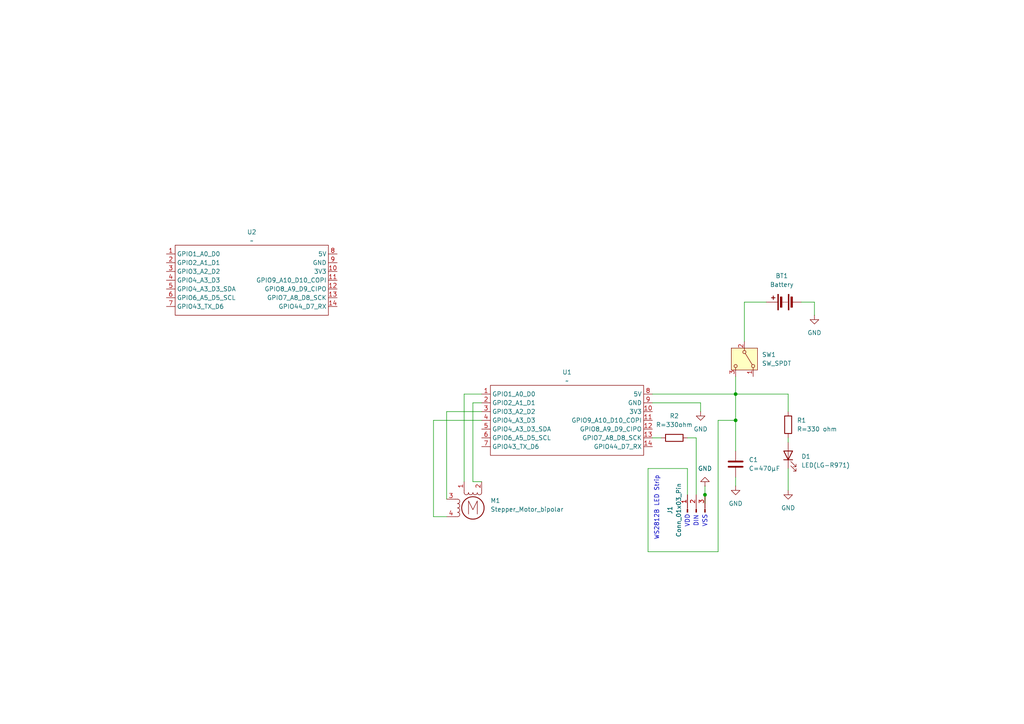
<source format=kicad_sch>
(kicad_sch (version 20231120) (generator "eeschema") (generator_version "8.0")
  (paper "A4")
  (title_block (title "final_demo") (date "2025-02-05") (rev "v1.0") (company "Jazmyn Zhang"))
  (lib_symbols
    (symbol "Connector:Conn_01x03_Pin" (pin_names (offset 1.016) hide)
      (property "Reference" "J" (at 0 5.08 0))
      (property "Value" "Conn_01x03_Pin" (at 0 -5.08 0))
      (symbol "Conn_01x03_Pin_1_1"
        (polyline (pts (xy 1.27 -2.54) (xy 0.8636 -2.54)) (stroke (width 0.1524)))
        (polyline (pts (xy 1.27 0) (xy 0.8636 0)) (stroke (width 0.1524)))
        (polyline (pts (xy 1.27 2.54) (xy 0.8636 2.54)) (stroke (width 0.1524)))
        (rectangle (start 0.8636 -2.413) (end 0 -2.667) (stroke (width 0.1524)) (fill (type outline)))
        (rectangle (start 0.8636 0.127) (end 0 -0.127) (stroke (width 0.1524)) (fill (type outline)))
        (rectangle (start 0.8636 2.667) (end 0 2.413) (stroke (width 0.1524)) (fill (type outline)))
        (pin passive line (at 5.08 2.54 180) (length 3.81) (name "Pin_1") (number "1"))
        (pin passive line (at 5.08 0 180) (length 3.81) (name "Pin_2") (number "2"))
        (pin passive line (at 5.08 -2.54 180) (length 3.81) (name "Pin_3") (number "3"))
      )
    )
    (symbol "Device:Battery" (pin_numbers hide) (pin_names (offset 0) hide)
      (property "Reference" "BT" (at 2.54 2.54 0))
      (property "Value" "Battery" (at 2.54 0 0))
      (symbol "Battery_0_1"
        (rectangle (start -2.286 -1.27) (end 2.286 -1.524) (fill (type outline)))
        (rectangle (start -2.286 1.778) (end 2.286 1.524) (fill (type outline)))
        (rectangle (start -1.524 -2.032) (end 1.524 -2.54) (fill (type outline)))
        (rectangle (start -1.524 1.016) (end 1.524 0.508) (fill (type outline)))
        (polyline (pts (xy 0 -1.016) (xy 0 -0.762)))
        (polyline (pts (xy 0 -0.508) (xy 0 -0.254)))
        (polyline (pts (xy 0 0) (xy 0 0.254)))
        (polyline (pts (xy 0 1.778) (xy 0 2.54)))
        (polyline (pts (xy 0.762 3.048) (xy 1.778 3.048)) (stroke (width 0.254)))
        (polyline (pts (xy 1.27 3.556) (xy 1.27 2.54)) (stroke (width 0.254)))
      )
      (symbol "Battery_1_1"
        (pin passive line (at 0 5.08 270) (length 2.54) (name "+") (number "1"))
        (pin passive line (at 0 -5.08 90) (length 2.54) (name "-") (number "2"))
      )
    )
    (symbol "Device:C" (pin_numbers hide) (pin_names (offset 0.254))
      (property "Reference" "C" (at 0.635 2.54 0))
      (property "Value" "C" (at 0.635 -2.54 0))
      (symbol "C_0_1"
        (polyline (pts (xy -2.032 -0.762) (xy 2.032 -0.762)) (stroke (width 0.508)))
        (polyline (pts (xy -2.032 0.762) (xy 2.032 0.762)) (stroke (width 0.508)))
      )
      (symbol "C_1_1"
        (pin passive line (at 0 3.81 270) (length 2.794) (name "~") (number "1"))
        (pin passive line (at 0 -3.81 90) (length 2.794) (name "~") (number "2"))
      )
    )
    (symbol "Device:LED" (pin_numbers hide) (pin_names (offset 1.016) hide)
      (property "Reference" "D" (at 0 2.54 0))
      (property "Value" "LED" (at 0 -2.54 0))
      (symbol "LED_0_1"
        (polyline (pts (xy -1.27 -1.27) (xy -1.27 1.27)) (stroke (width 0.254)))
        (polyline (pts (xy -1.27 0) (xy 1.27 0)))
        (polyline (pts (xy 1.27 -1.27) (xy 1.27 1.27) (xy -1.27 0) (xy 1.27 -1.27)) (stroke (width 0.254)))
        (polyline (pts (xy -3.048 -0.762) (xy -4.572 -2.286) (xy -3.81 -2.286) (xy -4.572 -2.286) (xy -4.572 -1.524)))
        (polyline (pts (xy -1.778 -0.762) (xy -3.302 -2.286) (xy -2.54 -2.286) (xy -3.302 -2.286) (xy -3.302 -1.524)))
      )
      (symbol "LED_1_1"
        (pin passive line (at -3.81 0 0) (length 2.54) (name "K") (number "1"))
        (pin passive line (at 3.81 0 180) (length 2.54) (name "A") (number "2"))
      )
    )
    (symbol "Device:R" (pin_numbers hide) (pin_names (offset 0))
      (property "Reference" "R" (at 2.032 0 90))
      (property "Value" "R" (at 0 0 90))
      (symbol "R_0_1"
        (rectangle (start -1.016 -2.54) (end 1.016 2.54) (stroke (width 0.254)))
      )
      (symbol "R_1_1"
        (pin passive line (at 0 3.81 270) (length 1.27) (name "~") (number "1"))
        (pin passive line (at 0 -3.81 90) (length 1.27) (name "~") (number "2"))
      )
    )
    (symbol "Motor:Stepper_Motor_bipolar" (pin_names (offset 0) hide)
      (property "Reference" "M" (at 3.81 2.54 0))
      (property "Value" "Stepper_Motor_bipolar" (at 3.81 1.27 0))
      (symbol "Stepper_Motor_bipolar_0_0"
        (polyline (pts (xy -1.27 -1.778) (xy -1.27 2.032) (xy 0 -0.508) (xy 1.27 2.032) (xy 1.27 -1.778)))
      )
      (symbol "Stepper_Motor_bipolar_0_1"
        (arc (start -4.445 -2.54) (mid -3.8127 -1.905) (end -4.445 -1.27))
        (arc (start -4.445 -1.27) (mid -3.8127 -0.635) (end -4.445 0))
        (arc (start -4.445 0) (mid -3.8127 0.635) (end -4.445 1.27))
        (arc (start -4.445 1.27) (mid -3.8127 1.905) (end -4.445 2.54))
        (arc (start -2.54 4.445) (mid -1.905 3.8127) (end -1.27 4.445))
        (arc (start -1.27 4.445) (mid -0.635 3.8127) (end 0 4.445))
        (polyline (pts (xy -5.08 -2.54) (xy -4.445 -2.54)))
        (polyline (pts (xy -5.08 2.54) (xy -4.445 2.54)))
        (polyline (pts (xy -2.54 5.08) (xy -2.54 4.445)))
        (polyline (pts (xy 2.54 5.08) (xy 2.54 4.445)))
        (circle (center 0 0) (radius 3.2512) (stroke (width 0.254)))
        (arc (start 0 4.445) (mid 0.635 3.8127) (end 1.27 4.445))
        (arc (start 1.27 4.445) (mid 1.905 3.8127) (end 2.54 4.445))
      )
      (symbol "Stepper_Motor_bipolar_1_1"
        (pin passive line (at -2.54 7.62 270) (length 2.54) (name "~") (number "1"))
        (pin passive line (at 2.54 7.62 270) (length 2.54) (name "-") (number "2"))
        (pin passive line (at -7.62 2.54 0) (length 2.54) (name "~") (number "3"))
        (pin passive line (at -7.62 -2.54 0) (length 2.54) (name "~") (number "4"))
      )
    )
    (symbol "Switch:SW_SPDT" (pin_names (offset 0) hide)
      (property "Reference" "SW" (at 0 5.08 0))
      (property "Value" "SW_SPDT" (at 0 -5.08 0))
      (symbol "SW_SPDT_0_1"
        (circle (center -2.032 0) (radius 0.4572))
        (polyline (pts (xy -1.651 0.254) (xy 1.651 2.286)))
        (circle (center 2.032 -2.54) (radius 0.4572))
        (circle (center 2.032 2.54) (radius 0.4572))
      )
      (symbol "SW_SPDT_1_1"
        (rectangle (start -3.175 3.81) (end 3.175 -3.81) (fill (type background)))
        (pin passive line (at 5.08 2.54 180) (length 2.54) (name "A") (number "1"))
        (pin passive line (at -5.08 0 0) (length 2.54) (name "B") (number "2"))
        (pin passive line (at 5.08 -2.54 180) (length 2.54) (name "C") (number "3"))
      )
    )
    (symbol "Xiao_Demo:XIAO_ESP32_SENSE"
      (property "Reference" "U" (at 0 0 0))
      (symbol "XIAO_ESP32_SENSE_0_1"
        (polyline (pts (xy -20.32 8.89) (xy -20.32 -11.43) (xy 24.13 -11.43) (xy 24.13 8.89) (xy -20.32 8.89)))
      )
      (symbol "XIAO_ESP32_SENSE_1_1"
        (pin bidirectional line (at -22.86 6.35 0) (length 2.54) (name "GPIO1_A0_D0") (number "1"))
        (pin bidirectional line (at 26.67 1.27 180) (length 2.54) (name "3V3") (number "10"))
        (pin bidirectional line (at 26.67 -1.27 180) (length 2.54) (name "GPIO9_A10_D10_COPI") (number "11"))
        (pin bidirectional line (at 26.67 -3.81 180) (length 2.54) (name "GPIO8_A9_D9_CIPO") (number "12"))
        (pin bidirectional line (at 26.67 -6.35 180) (length 2.54) (name "GPIO7_A8_D8_SCK") (number "13"))
        (pin bidirectional line (at 26.67 -8.89 180) (length 2.54) (name "GPIO44_D7_RX") (number "14"))
        (pin bidirectional line (at -22.86 3.81 0) (length 2.54) (name "GPIO2_A1_D1") (number "2"))
        (pin bidirectional line (at -22.86 1.27 0) (length 2.54) (name "GPIO3_A2_D2") (number "3"))
        (pin bidirectional line (at -22.86 -1.27 0) (length 2.54) (name "GPIO4_A3_D3") (number "4"))
        (pin bidirectional line (at -22.86 -3.81 0) (length 2.54) (name "GPIO4_A3_D3_SDA") (number "5"))
        (pin bidirectional line (at -22.86 -6.35 0) (length 2.54) (name "GPIO6_A5_D5_SCL") (number "6"))
        (pin bidirectional line (at -22.86 -8.89 0) (length 2.54) (name "GPIO43_TX_D6") (number "7"))
        (pin bidirectional line (at 26.67 6.35 180) (length 2.54) (name "5V") (number "8"))
        (pin bidirectional line (at 26.67 3.81 180) (length 2.54) (name "GND") (number "9"))
      )
    )
    (symbol "power:GND" (power) (pin_numbers hide) (pin_names (offset 0) hide)
      (property "Value" "GND" (at 0 -3.81 0))
      (symbol "GND_0_1"
        (polyline (pts (xy 0 0) (xy 0 -1.27) (xy 1.27 -1.27) (xy 0 -2.54) (xy -1.27 -1.27) (xy 0 -1.27)))
      )
      (symbol "GND_1_1"
        (pin power_in line (at 0 0 270) (length 0) (name "~") (number "1"))
      )
    )
  )
  (junction (at 213.36 114.3))
  (junction (at 204.47 143.51))
  (junction (at 213.36 121.92))
  (wire (pts (xy 201.93 127) (xy 201.93 143.51)))
  (wire (pts (xy 204.47 140.97) (xy 204.47 143.51)))
  (wire (pts (xy 203.2 116.84) (xy 189.23 116.84)))
  (wire (pts (xy 134.62 114.3) (xy 134.62 139.7)))
  (wire (pts (xy 137.16 139.7) (xy 139.7 139.7)))
  (wire (pts (xy 228.6 119.38) (xy 228.6 114.3)))
  (wire (pts (xy 215.9 87.63) (xy 215.9 99.06)))
  (wire (pts (xy 213.36 121.92) (xy 213.36 130.81)))
  (wire (pts (xy 228.6 127) (xy 228.6 128.27)))
  (wire (pts (xy 232.41 87.63) (xy 236.22 87.63)))
  (wire (pts (xy 125.73 121.92) (xy 125.73 149.86)))
  (wire (pts (xy 187.96 160.02) (xy 208.28 160.02)))
  (wire (pts (xy 208.28 121.92) (xy 213.36 121.92)))
  (wire (pts (xy 208.28 160.02) (xy 208.28 121.92)))
  (wire (pts (xy 125.73 149.86) (xy 129.54 149.86)))
  (wire (pts (xy 139.7 119.38) (xy 129.54 119.38)))
  (wire (pts (xy 199.39 135.89) (xy 187.96 135.89)))
  (wire (pts (xy 139.7 121.92) (xy 125.73 121.92)))
  (wire (pts (xy 139.7 114.3) (xy 134.62 114.3)))
  (wire (pts (xy 213.36 109.22) (xy 213.36 114.3)))
  (wire (pts (xy 137.16 116.84) (xy 137.16 139.7)))
  (wire (pts (xy 228.6 135.89) (xy 228.6 142.24)))
  (wire (pts (xy 139.7 116.84) (xy 137.16 116.84)))
  (wire (pts (xy 215.9 87.63) (xy 222.25 87.63)))
  (wire (pts (xy 236.22 87.63) (xy 236.22 91.44)))
  (wire (pts (xy 203.2 119.38) (xy 203.2 116.84)))
  (wire (pts (xy 199.39 143.51) (xy 199.39 135.89)))
  (wire (pts (xy 189.23 127) (xy 191.77 127)))
  (wire (pts (xy 199.39 127) (xy 201.93 127)))
  (wire (pts (xy 204.47 146.05) (xy 204.47 143.51)))
  (wire (pts (xy 189.23 114.3) (xy 213.36 114.3)))
  (wire (pts (xy 213.36 114.3) (xy 228.6 114.3)))
  (wire (pts (xy 129.54 119.38) (xy 129.54 144.78)))
  (wire (pts (xy 187.96 135.89) (xy 187.96 160.02)))
  (wire (pts (xy 213.36 138.43) (xy 213.36 140.97)))
  (wire (pts (xy 213.36 114.3) (xy 213.36 121.92)))
  (text "VDD" (at 199.39 151.13 90) (effects (font (size 1.27 1.27))))
  (text "WS2812B LED Strip" (at 190.5 147.32 90) (effects (font (size 1.27 1.27))))
  (text "DIN" (at 201.93 151.13 90) (effects (font (size 1.27 1.27))))
  (text "VSS" (at 204.47 151.13 90) (effects (font (size 1.27 1.27))))
  (symbol (lib_id "power:GND") (at 228.6 142.24 0) (unit 1)
    (property "Reference" "#PWR03" (effects (hide yes)))
    (property "Value" "GND" (at 228.6 147.32 0))
    (property "Description" "Power symbol creates a global label with name \"GND\" , ground" (effects (hide yes)))
  )
  (symbol (lib_id "Connector:Conn_01x03_Pin") (at 201.93 148.59 90) (unit 1)
    (property "Reference" "J1" (at 194.31 147.955 0))
    (property "Value" "Conn_01x03_Pin" (at 196.85 147.955 0))
    (property "Footprint" "Connector_PinHeader_2.54mm:PinHeader_1x03_P2.54mm_Vertical_SMD_Pin1Right" (effects (hide yes)))
    (property "Description" "Generic connector, single row, 01x03, script generated" (effects (hide yes)))
  )
  (symbol (lib_id "Xiao_Demo:XIAO_ESP32_SENSE") (at 71.12 80.01 0) (unit 1)
    (property "Reference" "U2" (at 73.025 67.31 0))
    (property "Value" "~" (at 73.025 69.85 0))
    (property "Footprint" "demo_xiao:XIAO_ESP32_SENSE" (effects (hide yes)))
  )
  (symbol (lib_id "Xiao_Demo:XIAO_ESP32_SENSE") (at 162.56 120.65 0) (unit 1)
    (property "Reference" "U1" (at 164.465 107.95 0))
    (property "Value" "~" (at 164.465 110.49 0))
    (property "Footprint" "demo_xiao:XIAO_ESP32_SENSE" (effects (hide yes)))
  )
  (symbol (lib_id "Device:R") (at 195.58 127 270) (unit 1)
    (property "Reference" "R2" (at 195.58 120.65 90))
    (property "Value" "R=330ohm" (at 195.58 123.19 90))
    (property "Footprint" "Resistor_SMD:R_0805_2012Metric_Pad1.20x1.40mm_HandSolder" (effects (hide yes)))
    (property "Description" "Resistor" (effects (hide yes)))
  )
  (symbol (lib_id "Device:R") (at 228.6 123.19 0) (unit 1)
    (property "Reference" "R1" (at 231.14 121.9199 0) (effects (justify left)))
    (property "Value" "R=330 ohm" (at 231.14 124.4599 0) (effects (justify left)))
    (property "Footprint" "Resistor_SMD:R_0805_2012Metric_Pad1.20x1.40mm_HandSolder" (effects (hide yes)))
    (property "Description" "Resistor" (effects (hide yes)))
  )
  (symbol (lib_id "Device:Battery") (at 227.33 87.63 90) (unit 1)
    (property "Reference" "BT1" (at 226.7585 80.01 90))
    (property "Value" "Battery" (at 226.7585 82.55 90))
    (property "Footprint" "Connector_JST:JST_PH_B2B-PH-K_1x02_P2.00mm_Vertical" (effects (hide yes)))
    (property "Description" "Multiple-cell battery" (effects (hide yes)))
  )
  (symbol (lib_id "power:GND") (at 236.22 91.44 0) (unit 1)
    (property "Reference" "#PWR01" (effects (hide yes)))
    (property "Value" "GND" (at 236.22 96.52 0))
    (property "Description" "Power symbol creates a global label with name \"GND\" , ground" (effects (hide yes)))
  )
  (symbol (lib_id "power:GND") (at 203.2 119.38 0) (unit 1)
    (property "Reference" "#PWR02" (effects (hide yes)))
    (property "Value" "GND" (at 203.2 124.46 0))
    (property "Description" "Power symbol creates a global label with name \"GND\" , ground" (effects (hide yes)))
  )
  (symbol (lib_id "Switch:SW_SPDT") (at 215.9 104.14 270) (unit 1)
    (property "Reference" "SW1" (at 220.98 102.8699 90) (effects (justify left)))
    (property "Value" "SW_SPDT" (at 220.98 105.4099 90) (effects (justify left)))
    (property "Footprint" "Connector_JST:JST_EH_B3B-EH-A_1x03_P2.50mm_Vertical" (effects (hide yes)))
    (property "Description" "Switch, single pole double throw" (effects (hide yes)))
  )
  (symbol (lib_id "power:GND") (at 213.36 140.97 0) (unit 1)
    (property "Reference" "#PWR04" (effects (hide yes)))
    (property "Value" "GND" (at 213.36 146.05 0))
    (property "Description" "Power symbol creates a global label with name \"GND\" , ground" (effects (hide yes)))
  )
  (symbol (lib_id "Device:C") (at 213.36 134.62 0) (unit 1)
    (property "Reference" "C1" (at 217.17 133.3499 0) (effects (justify left)))
    (property "Value" "C=470µF" (at 217.17 135.8899 0) (effects (justify left)))
    (property "Footprint" "Capacitor_SMD:C_0805_2012Metric_Pad1.18x1.45mm_HandSolder" (effects (hide yes)))
    (property "Description" "Unpolarized capacitor" (effects (hide yes)))
  )
  (symbol (lib_id "Motor:Stepper_Motor_bipolar") (at 137.16 147.32 0) (unit 1)
    (property "Reference" "M1" (at 142.24 145.199 0) (effects (justify left)))
    (property "Value" "Stepper_Motor_bipolar" (at 142.24 147.739 0) (effects (justify left)))
    (property "Footprint" "demo_motor:x27_stepper" (effects (hide yes)))
    (property "Datasheet" "http://www.infineon.com/dgdl/Application-Note-TLE8110EE_driving_UniPolarStepperMotor_V1.1.pdf?fileId=db3a30431be39b97011be5d0aa0a00b0" (effects (hide yes)))
    (property "Description" "4-wire bipolar stepper motor" (effects (hide yes)))
  )
  (symbol (lib_id "Device:LED") (at 228.6 132.08 90) (unit 1)
    (property "Reference" "D1" (at 232.41 132.3974 90) (effects (justify right)))
    (property "Value" "LED(LG-R971)" (at 232.41 134.9374 90) (effects (justify right)))
    (property "Footprint" "LED_SMD:LED_0805_2012Metric_Pad1.15x1.40mm_HandSolder" (effects (hide yes)))
    (property "Description" "Light emitting diode" (effects (hide yes)))
  )
  (symbol (lib_id "power:GND") (at 204.47 140.97 180) (unit 1)
    (property "Reference" "#PWR05" (effects (hide yes)))
    (property "Value" "GND" (at 204.47 135.89 0))
    (property "Description" "Power symbol creates a global label with name \"GND\" , ground" (effects (hide yes)))
  )
)
</source>
